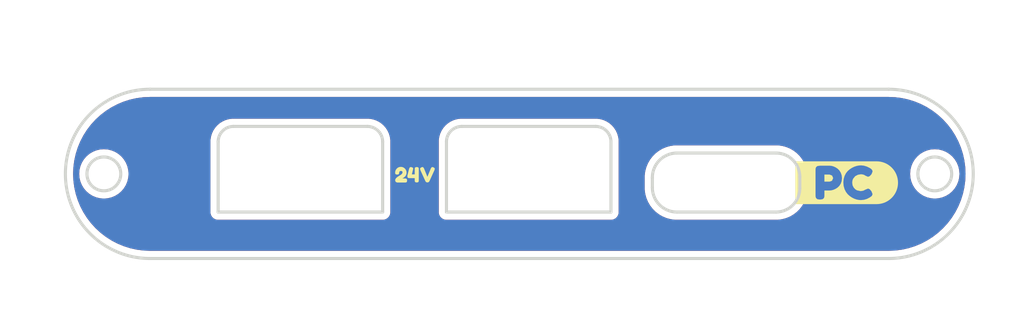
<source format=kicad_pcb>
(kicad_pcb (version 20240108) (generator "pcbnew") (generator_version "8.0")
  (layers (0 "F.Cu" signal) (31 "B.Cu" signal) (34 "B.Paste" user) (35 "F.Paste" user) (36 "B.SilkS" user "B.Silkscreen") (37 "F.SilkS" user "F.Silkscreen") (38 "B.Mask" user) (39 "F.Mask" user) (44 "Edge.Cuts" user))
  (net 0 "")
  (footprint "kibuzzard-6678AD6F" (layer "F.Cu") (at 167.775 98.825)
    (property "Reference" "kibuzzard-6678AD6F" (hide yes))
    (property "Value" "G***" (hide yes))
    (fp_poly (pts (xy -1.448569 -0.070815) (xy -1.108655 -0.070815) (xy -0.952861 -0.127468) (xy -0.878898 -0.300572) (xy -0.946566 -0.464235) (xy -1.111803 -0.530329) (xy -1.448569 -0.530329) (xy -1.448569 -0.070815)) (fill solid) (layer "F.SilkS"))
    (fp_poly (pts (xy -2.024535 -1.390606) (xy -3.335932 -1.390606) (xy -3.335932 1.390606) (xy -2.024535 1.390606) (xy -1.738126 1.390606) (xy -1.738126 1.093705) (xy -1.901788 1.071674) (xy -1.989914 0.999285) (xy -2.019814 0.912732) (xy -2.024535 0.804149) (xy -2.024535 -0.819886) (xy -2.019814 -0.925322) (xy -1.989914 -1.011874) (xy -1.901788 -1.084263) (xy -1.734979 -1.106295) (xy -1.108655 -1.106295) (xy -0.980401 -1.093705) (xy -0.847425 -1.055937) (xy -0.715236 -0.994564) (xy -0.589342 -0.911159) (xy -0.477217 -0.799821) (xy -0.386338 -0.654649) (xy -0.326144 -0.484299) (xy -0.30608 -0.297425) (xy -0.325751 -0.111338) (xy -0.384764 0.056652) (xy -0.474857 0.199464) (xy -0.587768 0.310014) (xy -0.715236 0.393419) (xy -0.848999 0.454793) (xy -0.983154 0.492561) (xy -1.111803 0.50515) (xy -1.448569 0.50515) (xy -1.448569 0.807296) (xy -1.45329 0.91588) (xy -1.48319 1.000858) (xy -1.571316 1.071674) (xy -1.738126 1.093705) (xy -1.738126 1.390606) (xy 0.921388 1.390606) (xy 0.921388 1.128326) (xy 0.788019 1.118884) (xy 0.645994 1.090558) (xy 0.497282 1.039807) (xy 0.343848 0.96309) (xy 0.196316 0.863948) (xy 0.065308 0.745923) (xy -0.046817 0.600751) (xy -0.137697 0.420172) (xy -0.19789 0.21166) (xy -0.217954 -0.01731) (xy -0.198283 -0.237625) (xy -0.13927 -0.439056) (xy -0.049571 -0.614127) (xy 0.06216 -0.755365) (xy 0.193169 -0.870243) (xy 0.340701 -0.966237) (xy 0.494921 -1.040594) (xy 0.645994 -1.090558) (xy 0.791953 -1.118884) (xy 0.93083 -1.128326) (xy 1.118272 -1.108743) (xy 1.31131 -1.049992) (xy 1.509943 -0.952074) (xy 1.594921 -0.892275) (xy 1.653147 -0.82618) (xy 1.683047 -0.73176) (xy 1.613805 -0.555508) (xy 1.49578 -0.42804) (xy 1.387196 -0.385551) (xy 1.217239 -0.45794) (xy 1.196781 -0.472103) (xy 1.170029 -0.489413) (xy 1.140129 -0.506724) (xy 1.09764 -0.522461) (xy 1.047282 -0.53505) (xy 0.984335 -0.546066) (xy 0.908798 -0.549213) (xy 0.729399 -0.51774) (xy 0.551574 -0.424893) (xy 0.411516 -0.253362) (xy 0.371388 -0.135336) (xy 0.358011 -0.001574) (xy 0.38201 0.170351) (xy 0.454006 0.314735) (xy 0.555901 0.425286) (xy 0.669599 0.495708) (xy 0.908798 0.546066) (xy 1.074821 0.5201) (xy 1.232976 0.442203) (xy 1.390343 0.379256) (xy 1.497353 0.424106) (xy 1.610658 0.558655) (xy 1.6799 0.741202) (xy 1.635837 0.85608) (xy 1.506795 0.952074) (xy 1.320052 1.049992) (xy 1.124917 1.108743) (xy 0.921388 1.128326) (xy 0.921388 1.390606) (xy 1.683047 1.390606) (xy 1.945327 1.390606) (xy 2.08163 1.383909) (xy 2.21662 1.363886) (xy 2.348998 1.330727) (xy 2.477488 1.284752) (xy 2.600854 1.226405) (xy 2.717906 1.156246) (xy 2.827518 1.074953) (xy 2.928633 0.983307) (xy 3.020279 0.882191) (xy 3.101573 0.772579) (xy 3.171731 0.655527) (xy 3.230079 0.532162) (xy 3.276053 0.403671) (xy 3.309212 0.271294) (xy 3.329236 0.136303) (xy 3.335932 0) (xy 3.329236 -0.136303) (xy 3.309212 -0.271294) (xy 3.276053 -0.403671) (xy 3.230079 -0.532162) (xy 3.171731 -0.655527) (xy 3.101573 -0.772579) (xy 3.020279 -0.882191) (xy 2.928633 -0.983307) (xy 2.827518 -1.074953) (xy 2.717906 -1.156246) (xy 2.600854 -1.226405) (xy 2.477488 -1.284752) (xy 2.348998 -1.330727) (xy 2.21662 -1.363886) (xy 2.08163 -1.383909) (xy 1.945327 -1.390606) (xy 1.683047 -1.390606) (xy -2.024535 -1.390606)) (fill solid) (layer "F.SilkS"))
  )
  (footprint "kibuzzard-6678AE55" (layer "F.Cu") (at 139.725 98.3)
    (property "Reference" "kibuzzard-6678AE55" (hide yes))
    (property "Value" "G***" (hide yes))
    (fp_poly (pts (xy 0.804721 0.507868) (xy 0.724607 0.489986) (xy 0.675966 0.436338) (xy 0.33691 -0.309013) (xy 0.322604 -0.408441) (xy 0.402718 -0.476395) (xy 0.510014 -0.497854) (xy 0.575823 -0.416309) (xy 0.80186 0.1402) (xy 1.027897 -0.416309) (xy 1.095136 -0.497139) (xy 1.201001 -0.476395) (xy 1.283262 -0.407725) (xy 1.26681 -0.309013) (xy 0.927754 0.436338) (xy 0.878398 0.488555) (xy 0.804721 0.507868)) (fill solid) (layer "F.SilkS"))
    (fp_poly (pts (xy 0.108011 0.507868) (xy 0.033619 0.497854) (xy -0.006438 0.46495) (xy -0.020029 0.425608) (xy -0.022175 0.376252) (xy -0.022175 0.227468) (xy -0.369814 0.227468) (xy -0.444206 0.217454) (xy -0.484263 0.184549) (xy -0.497854 0.145207) (xy -0.5 0.095851) (xy -0.495708 0.050072) (xy -0.385551 -0.39485) (xy -0.331903 -0.48927) (xy -0.223891 -0.48784) (xy -0.140916 -0.446352) (xy -0.120887 -0.383405) (xy -0.209585 -0.018598) (xy -0.022175 -0.018598) (xy -0.022175 -0.369099) (xy -0.020029 -0.416309) (xy -0.006438 -0.453505) (xy 0.034335 -0.484263) (xy 0.110873 -0.493562) (xy 0.185265 -0.483548) (xy 0.224607 -0.450644) (xy 0.238197 -0.410587) (xy 0.241059 -0.361946) (xy 0.241059 0.377682) (xy 0.238197 0.427039) (xy 0.223891 0.466381) (xy 0.183834 0.497854) (xy 0.108011 0.507868)) (fill solid) (layer "F.SilkS"))
    (fp_poly (pts (xy -1.166667 0.51216) (xy -1.258226 0.472818) (xy -1.296853 0.379113) (xy -1.283977 0.306509) (xy -1.245351 0.240343) (xy -1.195637 0.189378) (xy -1.126609 0.136624) (xy -1.051144 0.087446) (xy -0.982117 0.04721) (xy -0.920064 0.007153) (xy -0.865522 -0.041488) (xy -0.827432 -0.095136) (xy -0.814735 -0.150215) (xy -0.819742 -0.188126) (xy -0.851216 -0.225322) (xy -0.923462 -0.244635) (xy -1.007153 -0.21495) (xy -1.03505 -0.125894) (xy -1.037196 -0.080114) (xy -1.050787 -0.043634) (xy -1.090844 -0.013591) (xy -1.166667 -0.004292) (xy -1.241059 -0.014306) (xy -1.281116 -0.04721) (xy -1.294707 -0.086552) (xy -1.296853 -0.135908) (xy -1.285408 -0.227309) (xy -1.251073 -0.312669) (xy -1.193848 -0.391989) (xy -1.118185 -0.455571) (xy -1.028533 -0.493721) (xy -0.924893 -0.506438) (xy -0.82618 -0.494198) (xy -0.737959 -0.457479) (xy -0.660229 -0.39628) (xy -0.599825 -0.317597) (xy -0.563583 -0.228422) (xy -0.551502 -0.128755) (xy -0.558476 -0.056509) (xy -0.579399 0.011445) (xy -0.611767 0.072246) (xy -0.653076 0.123033) (xy -0.740343 0.19814) (xy -0.82618 0.248927) (xy -0.647353 0.248927) (xy -0.597997 0.251788) (xy -0.559371 0.266094) (xy -0.527182 0.306152) (xy -0.517167 0.381974) (xy -0.527182 0.455651) (xy -0.560086 0.494993) (xy -0.600858 0.509299) (xy -0.650215 0.51216) (xy -1.166667 0.51216)) (fill solid) (layer "F.SilkS"))
  )
  (gr_line (start 151.455201 95.1647) (end 142.764599 95.1647) (stroke (width 0.2)) (layer "Edge.Cuts"))
  (gr_arc (start 155.14553 98.4938) (mid 155.613541 97.363921) (end 156.74342 96.89591) (stroke (width 0.2)) (layer "Edge.Cuts"))
  (gr_line (start 163.179112 96.8959) (end 163.179112 96.89591) (stroke (width 0.2)) (layer "Edge.Cuts"))
  (gr_line (start 156.74342 100.73079) (end 156.74342 100.7308) (stroke (width 0.2)) (layer "Edge.Cuts"))
  (gr_arc (start 141.7646 96.164699) (mid 142.057493 95.457593) (end 142.764599 95.1647) (stroke (width 0.2)) (layer "Edge.Cuts"))
  (gr_arc (start 122.5 103.75) (mid 117 98.25) (end 122.5 92.75) (stroke (width 0.2)) (layer "Edge.Cuts"))
  (gr_circle (center 173.5 98.25) (end 174.6 98.25) (stroke (width 0.2)) (fill none) (layer "Edge.Cuts"))
  (gr_line (start 141.7646 96.164699) (end 141.7646 100.7308) (stroke (width 0.2)) (layer "Edge.Cuts"))
  (gr_circle (center 119.5 98.25) (end 120.6 98.25) (stroke (width 0.2)) (fill none) (layer "Edge.Cuts"))
  (gr_line (start 141.7646 100.7308) (end 152.4552 100.7308) (stroke (width 0.2)) (layer "Edge.Cuts"))
  (gr_line (start 136.617701 95.1647) (end 127.926999 95.1647) (stroke (width 0.2)) (layer "Edge.Cuts"))
  (gr_line (start 137.6177 100.7308) (end 137.6177 96.164699) (stroke (width 0.2)) (layer "Edge.Cuts"))
  (gr_arc (start 163.179112 96.89591) (mid 164.274272 97.34954) (end 164.7279 98.4447) (stroke (width 0.2)) (layer "Edge.Cuts"))
  (gr_line (start 152.4552 100.7308) (end 152.4552 96.1647) (stroke (width 0.2)) (layer "Edge.Cuts"))
  (gr_arc (start 170.49997 92.75) (mid 175.99997 98.25) (end 170.49997 103.75) (stroke (width 0.2)) (layer "Edge.Cuts"))
  (gr_arc (start 126.927 96.164699) (mid 127.219893 95.457593) (end 127.926999 95.1647) (stroke (width 0.2)) (layer "Edge.Cuts"))
  (gr_line (start 155.14553 98.4938) (end 155.14553 99.132899) (stroke (width 0.2)) (layer "Edge.Cuts"))
  (gr_line (start 163.179112 96.8959) (end 156.74342 96.8959) (stroke (width 0.2)) (layer "Edge.Cuts"))
  (gr_line (start 163.179112 100.73079) (end 163.179112 100.7308) (stroke (width 0.2)) (layer "Edge.Cuts"))
  (gr_arc (start 151.455201 95.1647) (mid 152.162307 95.457593) (end 152.4552 96.1647) (stroke (width 0.2)) (layer "Edge.Cuts"))
  (gr_line (start 122.5 103.75) (end 170.49997 103.75) (stroke (width 0.2)) (layer "Edge.Cuts"))
  (gr_arc (start 164.7279 99.182) (mid 164.274272 100.27716) (end 163.179112 100.73079) (stroke (width 0.2)) (layer "Edge.Cuts"))
  (gr_line (start 156.74342 100.7308) (end 163.179112 100.7308) (stroke (width 0.2)) (layer "Edge.Cuts"))
  (gr_line (start 170.49997 92.75) (end 122.5 92.75) (stroke (width 0.2)) (layer "Edge.Cuts"))
  (gr_line (start 164.7279 99.182) (end 164.7279 98.4447) (stroke (width 0.2)) (layer "Edge.Cuts"))
  (gr_line (start 156.74342 96.89591) (end 156.74342 96.8959) (stroke (width 0.2)) (layer "Edge.Cuts"))
  (gr_line (start 126.927 96.164699) (end 126.927 100.7308) (stroke (width 0.2)) (layer "Edge.Cuts"))
  (gr_line (start 126.927 100.7308) (end 137.6177 100.7308) (stroke (width 0.2)) (layer "Edge.Cuts"))
  (gr_arc (start 156.74342 100.73079) (mid 155.613541 100.262779) (end 155.14553 99.132899) (stroke (width 0.2)) (layer "Edge.Cuts"))
  (gr_arc (start 136.617701 95.1647) (mid 137.324807 95.457593) (end 137.6177 96.164699) (stroke (width 0.2)) (layer "Edge.Cuts"))
  (zone (net 0) (net_name "") (layers "F&B.Cu") (connect_pads (clearance 0.5)) (min_thickness 0.25) (fill yes (thermal_gap 0.5) (thermal_bridge_width 0.5) (island_removal_mode 1) (island_area_min 10))
    (polygon (pts (xy 112.75 86.95) (xy 112.75 108.475) (xy 177.25 108.475) (xy 179.3 106.425) (xy 179.3 89) (xy 177.25 86.95)))
  )
)
</source>
